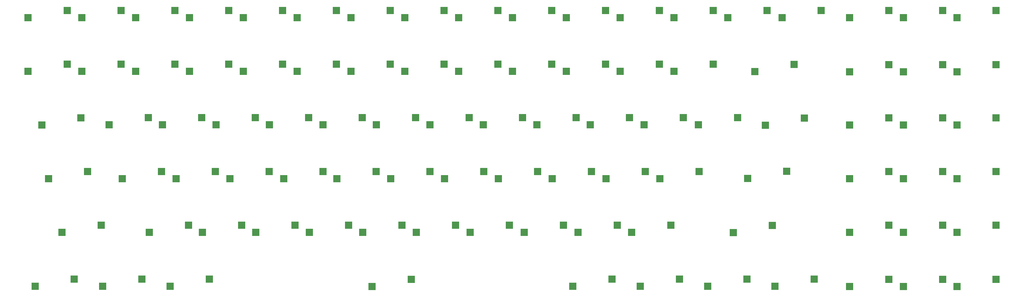
<source format=gbr>
%TF.GenerationSoftware,KiCad,Pcbnew,(5.1.10)-1*%
%TF.CreationDate,2021-12-12T17:00:17-08:00*%
%TF.ProjectId,chgray-keyboard,63686772-6179-42d6-9b65-79626f617264,Yeet2*%
%TF.SameCoordinates,Original*%
%TF.FileFunction,Paste,Bot*%
%TF.FilePolarity,Positive*%
%FSLAX46Y46*%
G04 Gerber Fmt 4.6, Leading zero omitted, Abs format (unit mm)*
G04 Created by KiCad (PCBNEW (5.1.10)-1) date 2021-12-12 17:00:17*
%MOMM*%
%LPD*%
G01*
G04 APERTURE LIST*
%ADD10R,2.550000X2.500000*%
G04 APERTURE END LIST*
D10*
%TO.C,SW54*%
X212912000Y-54102000D03*
X226762000Y-51562000D03*
%TD*%
%TO.C,SW41*%
X175066000Y-54102000D03*
X188916000Y-51562000D03*
%TD*%
%TO.C,SW10*%
X85277000Y-73279000D03*
X99127000Y-70739000D03*
%TD*%
%TO.C,SW57*%
X154619000Y-111506000D03*
X168469000Y-108966000D03*
%TD*%
%TO.C,SW21*%
X299674000Y-16129000D03*
X313524000Y-13589000D03*
%TD*%
%TO.C,RIGHT-SHIFT1*%
X282391000Y-92382500D03*
X296241000Y-89842500D03*
%TD*%
%TO.C,Slash1*%
X293758000Y-54282500D03*
X307608000Y-51742500D03*
%TD*%
%TO.C,SW52*%
X193989000Y-54102000D03*
X207839000Y-51562000D03*
%TD*%
%TO.C,SW51*%
X185226000Y-35133900D03*
X199076000Y-32593900D03*
%TD*%
%TO.C,SW58*%
X225622000Y-111496000D03*
X239472000Y-108956000D03*
%TD*%
%TO.C,RIGHT-SPACE1*%
X249498000Y-111496000D03*
X263348000Y-108956000D03*
%TD*%
%TO.C,LEFT_ALT1*%
X128076000Y-16129000D03*
X141926000Y-13589000D03*
%TD*%
%TO.C,RIGHT-SHIFT2*%
X204276000Y-16129000D03*
X218126000Y-13589000D03*
%TD*%
%TO.C,LEFT-SPACE1*%
X147126000Y-16129000D03*
X160976000Y-13589000D03*
%TD*%
%TO.C,SW50*%
X323605000Y-16129000D03*
X337455000Y-13589000D03*
%TD*%
%TO.C,SW45*%
X261426000Y-16129000D03*
X275276000Y-13589000D03*
%TD*%
%TO.C,SW37*%
X361578000Y-16129000D03*
X375428000Y-13589000D03*
%TD*%
%TO.C,SW25*%
X280476000Y-16129000D03*
X294326000Y-13589000D03*
%TD*%
%TO.C,SW13*%
X242376000Y-16129000D03*
X256226000Y-13589000D03*
%TD*%
%TO.C,SW9*%
X342655000Y-16129000D03*
X356505000Y-13589000D03*
%TD*%
%TO.C,SW3*%
X223326000Y-16129000D03*
X237176000Y-13589000D03*
%TD*%
%TO.C,RightMeta1*%
X297180000Y-111496000D03*
X311030000Y-108956000D03*
%TD*%
%TO.C,ENTER1*%
X287471000Y-73205500D03*
X301321000Y-70665500D03*
%TD*%
%TO.C,SW4*%
X32826000Y-35133900D03*
X46676000Y-32593900D03*
%TD*%
%TO.C,WinKey1*%
X83128000Y-111496000D03*
X96978000Y-108956000D03*
%TD*%
%TO.C,LEFT_FN1*%
X59252000Y-111496000D03*
X73102000Y-108956000D03*
%TD*%
%TO.C,LEFT_CTRL1*%
X35334700Y-111496000D03*
X49184700Y-108956000D03*
%TD*%
%TO.C,LEFT-SHIFT1*%
X44859700Y-92319000D03*
X58709700Y-89779000D03*
%TD*%
%TO.C,Backspace1*%
X290043000Y-35296000D03*
X303893000Y-32756000D03*
%TD*%
%TO.C,TAB1*%
X37714700Y-54235200D03*
X51564700Y-51695200D03*
%TD*%
%TO.C,CAPS1*%
X53947200Y-70729000D03*
X40097200Y-73269000D03*
%TD*%
%TO.C,SW63*%
X237423000Y-73279000D03*
X251273000Y-70739000D03*
%TD*%
%TO.C,SW1*%
X109026000Y-16129000D03*
X122876000Y-13589000D03*
%TD*%
%TO.C,SW2*%
X227517000Y-92329000D03*
X241367000Y-89789000D03*
%TD*%
%TO.C,SW5*%
X51876000Y-35133900D03*
X65726000Y-32593900D03*
%TD*%
%TO.C,SW6*%
X61528000Y-54102000D03*
X75378000Y-51562000D03*
%TD*%
%TO.C,SW7*%
X66227000Y-73279000D03*
X80077000Y-70739000D03*
%TD*%
%TO.C,SW8*%
X323605000Y-92329000D03*
X337455000Y-89789000D03*
%TD*%
%TO.C,SW11*%
X75752000Y-92329000D03*
X89602000Y-89789000D03*
%TD*%
%TO.C,SW12*%
X89976000Y-16129000D03*
X103826000Y-13589000D03*
%TD*%
%TO.C,SW14*%
X70926000Y-35133900D03*
X84776000Y-32593900D03*
%TD*%
%TO.C,SW15*%
X80451000Y-54102000D03*
X94301000Y-51562000D03*
%TD*%
%TO.C,SW16*%
X89976000Y-35133900D03*
X103826000Y-32593900D03*
%TD*%
%TO.C,SW17*%
X99374000Y-54102000D03*
X113224000Y-51562000D03*
%TD*%
%TO.C,SW18*%
X104327000Y-73279000D03*
X118177000Y-70739000D03*
%TD*%
%TO.C,SW19*%
X94548000Y-92329000D03*
X108398000Y-89789000D03*
%TD*%
%TO.C,SW20*%
X231835000Y-54102000D03*
X245685000Y-51562000D03*
%TD*%
%TO.C,SW22*%
X123377000Y-73279000D03*
X137227000Y-70739000D03*
%TD*%
%TO.C,SW23*%
X113471000Y-92329000D03*
X127321000Y-89789000D03*
%TD*%
%TO.C,SW24*%
X250885000Y-54102000D03*
X264735000Y-51562000D03*
%TD*%
%TO.C,SW26*%
X109026000Y-35133900D03*
X122876000Y-32593900D03*
%TD*%
%TO.C,SW27*%
X118297000Y-54102000D03*
X132147000Y-51562000D03*
%TD*%
%TO.C,SW28*%
X128076000Y-35133900D03*
X141926000Y-32593900D03*
%TD*%
%TO.C,SW29*%
X137220000Y-54102000D03*
X151070000Y-51562000D03*
%TD*%
%TO.C,SW30*%
X142173000Y-73279000D03*
X156023000Y-70739000D03*
%TD*%
%TO.C,SW31*%
X132394000Y-92329000D03*
X146244000Y-89789000D03*
%TD*%
%TO.C,SW32*%
X166176000Y-16129000D03*
X180026000Y-13589000D03*
%TD*%
%TO.C,SW33*%
X161223000Y-73279000D03*
X175073000Y-70739000D03*
%TD*%
%TO.C,SW34*%
X151317000Y-92329000D03*
X165167000Y-89789000D03*
%TD*%
%TO.C,SW35*%
X185226000Y-16129000D03*
X199076000Y-13589000D03*
%TD*%
%TO.C,SW36*%
X246440000Y-92329000D03*
X260290000Y-89789000D03*
%TD*%
%TO.C,SW38*%
X147126000Y-35133900D03*
X160976000Y-32593900D03*
%TD*%
%TO.C,SW39*%
X156143000Y-54102000D03*
X169993000Y-51562000D03*
%TD*%
%TO.C,SW40*%
X166176000Y-35133900D03*
X180026000Y-32593900D03*
%TD*%
%TO.C,SW42*%
X180273000Y-73279000D03*
X194123000Y-70739000D03*
%TD*%
%TO.C,SW43*%
X170240000Y-92329000D03*
X184090000Y-89789000D03*
%TD*%
%TO.C,SW44*%
X242376000Y-35133900D03*
X256226000Y-32593900D03*
%TD*%
%TO.C,SW46*%
X199323000Y-73279000D03*
X213173000Y-70739000D03*
%TD*%
%TO.C,SW47*%
X189290000Y-92329000D03*
X203140000Y-89789000D03*
%TD*%
%TO.C,SW49*%
X261426000Y-35133900D03*
X275276000Y-32593900D03*
%TD*%
%TO.C,SW53*%
X204276000Y-35133900D03*
X218126000Y-32593900D03*
%TD*%
%TO.C,SW55*%
X218373000Y-73279000D03*
X232223000Y-70739000D03*
%TD*%
%TO.C,SW56*%
X208467000Y-92329000D03*
X222317000Y-89789000D03*
%TD*%
%TO.C,SW59*%
X223326000Y-35133900D03*
X237176000Y-32593900D03*
%TD*%
%TO.C,SW60*%
X342655000Y-73279000D03*
X356505000Y-70739000D03*
%TD*%
%TO.C,SW61*%
X270062000Y-54102000D03*
X283912000Y-51562000D03*
%TD*%
%TO.C,SW62*%
X361578000Y-73279000D03*
X375428000Y-70739000D03*
%TD*%
%TO.C,SW64*%
X256473000Y-73279000D03*
X270323000Y-70739000D03*
%TD*%
%TO.C,SW66*%
X342655000Y-54229000D03*
X356505000Y-51689000D03*
%TD*%
%TO.C,SW67*%
X323605000Y-54229000D03*
X337455000Y-51689000D03*
%TD*%
%TO.C,SW65*%
X323605000Y-73279000D03*
X337455000Y-70739000D03*
%TD*%
%TO.C,SW68*%
X342655000Y-92329000D03*
X356505000Y-89789000D03*
%TD*%
%TO.C,SW69*%
X323605000Y-35306000D03*
X337455000Y-32766000D03*
%TD*%
%TO.C,SW70*%
X51876000Y-16129000D03*
X65726000Y-13589000D03*
%TD*%
%TO.C,SW71*%
X361578000Y-54229000D03*
X375428000Y-51689000D03*
%TD*%
%TO.C,SW72*%
X361578000Y-92329000D03*
X375428000Y-89789000D03*
%TD*%
%TO.C,SW73*%
X32826000Y-16129000D03*
X46676000Y-13589000D03*
%TD*%
%TO.C,SW74*%
X361578000Y-35306000D03*
X375428000Y-32766000D03*
%TD*%
%TO.C,SW75*%
X361578000Y-111506000D03*
X375428000Y-108966000D03*
%TD*%
%TO.C,SW76*%
X342655000Y-111506000D03*
X356505000Y-108966000D03*
%TD*%
%TO.C,SW77*%
X323605000Y-111506000D03*
X337455000Y-108966000D03*
%TD*%
%TO.C,S2*%
X70926000Y-16129000D03*
X84776000Y-13589000D03*
%TD*%
%TO.C,S1*%
X342655000Y-35306000D03*
X356505000Y-32766000D03*
%TD*%
%TO.C,SW48*%
X273374000Y-111496000D03*
X287224000Y-108956000D03*
%TD*%
M02*

</source>
